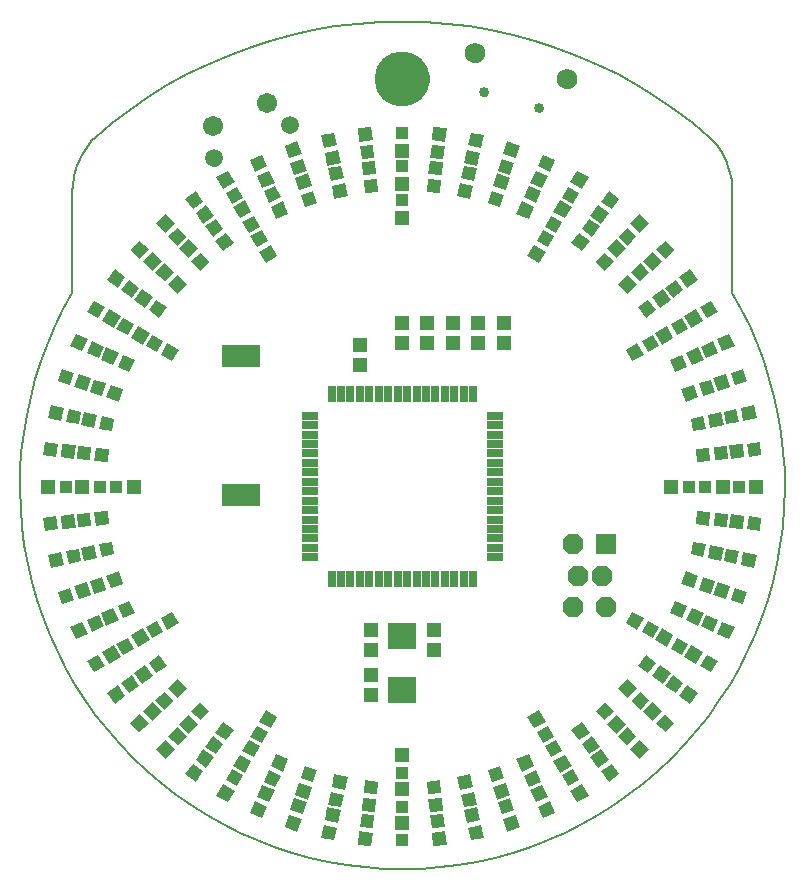
<source format=gbs>
G75*
G70*
%OFA0B0*%
%FSLAX24Y24*%
%IPPOS*%
%LPD*%
%AMOC8*
5,1,8,0,0,1.08239X$1,22.5*
%
%ADD10C,0.0050*%
%ADD11C,0.0000*%
%ADD12C,0.1830*%
%ADD13R,0.0430X0.0430*%
%ADD14R,0.0450X0.0450*%
%ADD15R,0.0430X0.0430*%
%ADD16R,0.0450X0.0450*%
%ADD17R,0.0280X0.0550*%
%ADD18R,0.0550X0.0280*%
%ADD19R,0.0474X0.0513*%
%ADD20R,0.0513X0.0474*%
%ADD21C,0.0592*%
%ADD22C,0.0671*%
%ADD23R,0.0680X0.0680*%
%ADD24OC8,0.0680*%
%ADD25R,0.0946X0.0880*%
%ADD26C,0.0336*%
%ADD27C,0.0690*%
%ADD28R,0.1261X0.0769*%
D10*
X004605Y022052D02*
X004303Y021507D01*
X004029Y020948D01*
X003781Y020376D01*
X003562Y019793D01*
X003372Y019200D01*
X003211Y018598D01*
X003080Y017989D01*
X002978Y017375D01*
X002907Y016756D01*
X002866Y016134D01*
X002855Y015512D01*
X002875Y014889D01*
X002925Y014268D01*
X003006Y013651D01*
X003116Y013038D01*
X003256Y012431D01*
X003426Y011831D01*
X003625Y011241D01*
X003852Y010661D01*
X004108Y010093D01*
X004391Y009538D01*
X004701Y008998D01*
X005036Y008473D01*
X005397Y007965D01*
X005782Y007476D01*
X006191Y007006D01*
X006622Y006556D01*
X007075Y006129D01*
X007548Y005723D01*
X008040Y005342D01*
X008551Y004984D01*
X009078Y004653D01*
X009620Y004347D01*
X010177Y004068D01*
X010747Y003817D01*
X011329Y003593D01*
X011921Y003399D01*
X012521Y003234D01*
X013129Y003098D01*
X013743Y002992D01*
X014361Y002916D01*
X014982Y002870D01*
X015605Y002855D01*
X016228Y002870D01*
X016849Y002916D01*
X017467Y002992D01*
X018081Y003098D01*
X018689Y003234D01*
X019289Y003399D01*
X019881Y003593D01*
X020463Y003817D01*
X021033Y004068D01*
X021590Y004347D01*
X022132Y004653D01*
X022659Y004984D01*
X023170Y005342D01*
X023662Y005723D01*
X024135Y006129D01*
X024588Y006556D01*
X025019Y007006D01*
X025428Y007476D01*
X025813Y007965D01*
X026174Y008473D01*
X026509Y008998D01*
X026819Y009538D01*
X027102Y010093D01*
X027358Y010661D01*
X027585Y011241D01*
X027784Y011831D01*
X027954Y012431D01*
X028094Y013038D01*
X028204Y013651D01*
X028285Y014268D01*
X028335Y014889D01*
X028355Y015512D01*
X028344Y016134D01*
X028303Y016756D01*
X028232Y017375D01*
X028130Y017989D01*
X027999Y018598D01*
X027838Y019200D01*
X027648Y019793D01*
X027429Y020376D01*
X027181Y020948D01*
X026907Y021507D01*
X026605Y022052D01*
X026605Y025480D01*
X026601Y025595D01*
X026592Y025710D01*
X026577Y025824D01*
X026557Y025937D01*
X026532Y026050D01*
X026502Y026161D01*
X026466Y026270D01*
X026426Y026378D01*
X026381Y026484D01*
X026331Y026587D01*
X026276Y026688D01*
X026216Y026787D01*
X026153Y026882D01*
X026084Y026975D01*
X026012Y027064D01*
X025935Y027150D01*
X025855Y027232D01*
X025283Y027712D01*
X024689Y028164D01*
X024074Y028587D01*
X023439Y028980D01*
X022786Y029341D01*
X022116Y029671D01*
X021431Y029968D01*
X020733Y030232D01*
X020023Y030462D01*
X019302Y030658D01*
X018573Y030818D01*
X017837Y030943D01*
X017096Y031033D01*
X016351Y031087D01*
X015605Y031105D01*
X014859Y031087D01*
X014114Y031033D01*
X013373Y030943D01*
X012637Y030818D01*
X011908Y030658D01*
X011187Y030462D01*
X010477Y030232D01*
X009779Y029968D01*
X009094Y029671D01*
X008424Y029341D01*
X007771Y028980D01*
X007136Y028587D01*
X006521Y028164D01*
X005927Y027712D01*
X005355Y027232D01*
X004605Y025355D02*
X004605Y022052D01*
X004605Y025355D02*
X004606Y025477D01*
X004613Y025599D01*
X004626Y025720D01*
X004644Y025841D01*
X004668Y025960D01*
X004697Y026079D01*
X004732Y026196D01*
X004772Y026311D01*
X004817Y026424D01*
X004867Y026535D01*
X004923Y026644D01*
X004983Y026750D01*
X005049Y026853D01*
X005119Y026953D01*
X005193Y027050D01*
X005272Y027143D01*
X005355Y027232D01*
D11*
X009064Y026549D02*
X009066Y026580D01*
X009072Y026611D01*
X009081Y026641D01*
X009094Y026670D01*
X009111Y026697D01*
X009131Y026721D01*
X009153Y026743D01*
X009179Y026762D01*
X009206Y026778D01*
X009235Y026790D01*
X009265Y026799D01*
X009296Y026804D01*
X009328Y026805D01*
X009359Y026802D01*
X009390Y026795D01*
X009420Y026785D01*
X009448Y026771D01*
X009474Y026753D01*
X009498Y026733D01*
X009519Y026709D01*
X009538Y026684D01*
X009553Y026656D01*
X009564Y026627D01*
X009572Y026596D01*
X009576Y026565D01*
X009576Y026533D01*
X009572Y026502D01*
X009564Y026471D01*
X009553Y026442D01*
X009538Y026414D01*
X009519Y026389D01*
X009498Y026365D01*
X009474Y026345D01*
X009448Y026327D01*
X009420Y026313D01*
X009390Y026303D01*
X009359Y026296D01*
X009328Y026293D01*
X009296Y026294D01*
X009265Y026299D01*
X009235Y026308D01*
X009206Y026320D01*
X009179Y026336D01*
X009153Y026355D01*
X009131Y026377D01*
X009111Y026401D01*
X009094Y026428D01*
X009081Y026457D01*
X009072Y026487D01*
X009066Y026518D01*
X009064Y026549D01*
X011590Y027653D02*
X011592Y027684D01*
X011598Y027715D01*
X011607Y027745D01*
X011620Y027774D01*
X011637Y027801D01*
X011657Y027825D01*
X011679Y027847D01*
X011705Y027866D01*
X011732Y027882D01*
X011761Y027894D01*
X011791Y027903D01*
X011822Y027908D01*
X011854Y027909D01*
X011885Y027906D01*
X011916Y027899D01*
X011946Y027889D01*
X011974Y027875D01*
X012000Y027857D01*
X012024Y027837D01*
X012045Y027813D01*
X012064Y027788D01*
X012079Y027760D01*
X012090Y027731D01*
X012098Y027700D01*
X012102Y027669D01*
X012102Y027637D01*
X012098Y027606D01*
X012090Y027575D01*
X012079Y027546D01*
X012064Y027518D01*
X012045Y027493D01*
X012024Y027469D01*
X012000Y027449D01*
X011974Y027431D01*
X011946Y027417D01*
X011916Y027407D01*
X011885Y027400D01*
X011854Y027397D01*
X011822Y027398D01*
X011791Y027403D01*
X011761Y027412D01*
X011732Y027424D01*
X011705Y027440D01*
X011679Y027459D01*
X011657Y027481D01*
X011637Y027505D01*
X011620Y027532D01*
X011607Y027561D01*
X011598Y027591D01*
X011592Y027622D01*
X011590Y027653D01*
X014730Y029205D02*
X014732Y029264D01*
X014738Y029323D01*
X014748Y029381D01*
X014762Y029439D01*
X014779Y029495D01*
X014801Y029550D01*
X014826Y029604D01*
X014855Y029655D01*
X014887Y029705D01*
X014922Y029752D01*
X014961Y029797D01*
X015002Y029839D01*
X015046Y029878D01*
X015093Y029915D01*
X015142Y029948D01*
X015193Y029977D01*
X015246Y030003D01*
X015301Y030026D01*
X015357Y030044D01*
X015414Y030059D01*
X015473Y030070D01*
X015531Y030077D01*
X015590Y030080D01*
X015649Y030079D01*
X015708Y030074D01*
X015767Y030065D01*
X015824Y030052D01*
X015881Y030035D01*
X015936Y030015D01*
X015990Y029991D01*
X016042Y029963D01*
X016093Y029932D01*
X016141Y029897D01*
X016186Y029859D01*
X016229Y029818D01*
X016269Y029775D01*
X016306Y029729D01*
X016340Y029680D01*
X016370Y029630D01*
X016397Y029577D01*
X016420Y029523D01*
X016440Y029467D01*
X016456Y029410D01*
X016468Y029352D01*
X016476Y029294D01*
X016480Y029235D01*
X016480Y029175D01*
X016476Y029116D01*
X016468Y029058D01*
X016456Y029000D01*
X016440Y028943D01*
X016420Y028887D01*
X016397Y028833D01*
X016370Y028780D01*
X016340Y028730D01*
X016306Y028681D01*
X016269Y028635D01*
X016229Y028592D01*
X016186Y028551D01*
X016141Y028513D01*
X016093Y028478D01*
X016043Y028447D01*
X015990Y028419D01*
X015936Y028395D01*
X015881Y028375D01*
X015824Y028358D01*
X015767Y028345D01*
X015708Y028336D01*
X015649Y028331D01*
X015590Y028330D01*
X015531Y028333D01*
X015473Y028340D01*
X015414Y028351D01*
X015357Y028366D01*
X015301Y028384D01*
X015246Y028407D01*
X015193Y028433D01*
X015142Y028462D01*
X015093Y028495D01*
X015046Y028532D01*
X015002Y028571D01*
X014961Y028613D01*
X014922Y028658D01*
X014887Y028705D01*
X014855Y028755D01*
X014826Y028806D01*
X014801Y028860D01*
X014779Y028915D01*
X014762Y028971D01*
X014748Y029029D01*
X014738Y029087D01*
X014732Y029146D01*
X014730Y029205D01*
X017712Y030056D02*
X017714Y030091D01*
X017720Y030125D01*
X017730Y030158D01*
X017743Y030191D01*
X017760Y030221D01*
X017781Y030249D01*
X017804Y030275D01*
X017831Y030298D01*
X017859Y030317D01*
X017890Y030333D01*
X017923Y030346D01*
X017956Y030355D01*
X017991Y030360D01*
X018026Y030361D01*
X018060Y030358D01*
X018095Y030351D01*
X018128Y030340D01*
X018159Y030326D01*
X018189Y030308D01*
X018217Y030287D01*
X018242Y030262D01*
X018264Y030235D01*
X018283Y030206D01*
X018298Y030175D01*
X018310Y030142D01*
X018318Y030108D01*
X018322Y030073D01*
X018322Y030039D01*
X018318Y030004D01*
X018310Y029970D01*
X018298Y029937D01*
X018283Y029906D01*
X018264Y029877D01*
X018242Y029850D01*
X018217Y029825D01*
X018189Y029804D01*
X018159Y029786D01*
X018128Y029772D01*
X018095Y029761D01*
X018060Y029754D01*
X018026Y029751D01*
X017991Y029752D01*
X017956Y029757D01*
X017923Y029766D01*
X017890Y029779D01*
X017859Y029795D01*
X017831Y029814D01*
X017804Y029837D01*
X017781Y029863D01*
X017760Y029891D01*
X017743Y029921D01*
X017730Y029954D01*
X017720Y029987D01*
X017714Y030021D01*
X017712Y030056D01*
X018190Y028745D02*
X018192Y028767D01*
X018198Y028789D01*
X018207Y028809D01*
X018220Y028827D01*
X018236Y028843D01*
X018254Y028856D01*
X018274Y028865D01*
X018296Y028871D01*
X018318Y028873D01*
X018340Y028871D01*
X018362Y028865D01*
X018382Y028856D01*
X018400Y028843D01*
X018416Y028827D01*
X018429Y028809D01*
X018438Y028789D01*
X018444Y028767D01*
X018446Y028745D01*
X018444Y028723D01*
X018438Y028701D01*
X018429Y028681D01*
X018416Y028663D01*
X018400Y028647D01*
X018382Y028634D01*
X018362Y028625D01*
X018340Y028619D01*
X018318Y028617D01*
X018296Y028619D01*
X018274Y028625D01*
X018254Y028634D01*
X018236Y028647D01*
X018220Y028663D01*
X018207Y028681D01*
X018198Y028701D01*
X018192Y028723D01*
X018190Y028745D01*
X020029Y028228D02*
X020031Y028250D01*
X020037Y028272D01*
X020046Y028292D01*
X020059Y028310D01*
X020075Y028326D01*
X020093Y028339D01*
X020113Y028348D01*
X020135Y028354D01*
X020157Y028356D01*
X020179Y028354D01*
X020201Y028348D01*
X020221Y028339D01*
X020239Y028326D01*
X020255Y028310D01*
X020268Y028292D01*
X020277Y028272D01*
X020283Y028250D01*
X020285Y028228D01*
X020283Y028206D01*
X020277Y028184D01*
X020268Y028164D01*
X020255Y028146D01*
X020239Y028130D01*
X020221Y028117D01*
X020201Y028108D01*
X020179Y028102D01*
X020157Y028100D01*
X020135Y028102D01*
X020113Y028108D01*
X020093Y028117D01*
X020075Y028130D01*
X020059Y028146D01*
X020046Y028164D01*
X020037Y028184D01*
X020031Y028206D01*
X020029Y028228D01*
X020792Y029190D02*
X020794Y029225D01*
X020800Y029259D01*
X020810Y029292D01*
X020823Y029325D01*
X020840Y029355D01*
X020861Y029383D01*
X020884Y029409D01*
X020911Y029432D01*
X020939Y029451D01*
X020970Y029467D01*
X021003Y029480D01*
X021036Y029489D01*
X021071Y029494D01*
X021106Y029495D01*
X021140Y029492D01*
X021175Y029485D01*
X021208Y029474D01*
X021239Y029460D01*
X021269Y029442D01*
X021297Y029421D01*
X021322Y029396D01*
X021344Y029369D01*
X021363Y029340D01*
X021378Y029309D01*
X021390Y029276D01*
X021398Y029242D01*
X021402Y029207D01*
X021402Y029173D01*
X021398Y029138D01*
X021390Y029104D01*
X021378Y029071D01*
X021363Y029040D01*
X021344Y029011D01*
X021322Y028984D01*
X021297Y028959D01*
X021269Y028938D01*
X021239Y028920D01*
X021208Y028906D01*
X021175Y028895D01*
X021140Y028888D01*
X021106Y028885D01*
X021071Y028886D01*
X021036Y028891D01*
X021003Y028900D01*
X020970Y028913D01*
X020939Y028929D01*
X020911Y028948D01*
X020884Y028971D01*
X020861Y028997D01*
X020840Y029025D01*
X020823Y029055D01*
X020810Y029088D01*
X020800Y029121D01*
X020794Y029155D01*
X020792Y029190D01*
D12*
X015605Y029205D03*
D13*
X015605Y027400D03*
X015605Y026275D03*
X015605Y025150D03*
X006060Y015605D03*
X005525Y015605D03*
X004400Y015605D03*
X015605Y006060D03*
X015605Y004935D03*
X015605Y003810D03*
X025150Y015605D03*
X025685Y015605D03*
X026810Y015605D03*
D14*
X026280Y015605D03*
X027405Y015605D03*
X024555Y015605D03*
X015605Y006655D03*
X015605Y005530D03*
X015605Y004405D03*
X006655Y015605D03*
X004930Y015605D03*
X003805Y015605D03*
X015605Y024555D03*
X015605Y025680D03*
X015605Y026805D03*
D15*
G36*
X016585Y026984D02*
X017012Y026939D01*
X016967Y026512D01*
X016540Y026557D01*
X016585Y026984D01*
G37*
G36*
X016468Y025865D02*
X016895Y025820D01*
X016850Y025393D01*
X016423Y025438D01*
X016468Y025865D01*
G37*
G36*
X017988Y025787D02*
X017568Y025877D01*
X017658Y026297D01*
X018078Y026207D01*
X017988Y025787D01*
G37*
G36*
X018582Y025461D02*
X018990Y025329D01*
X018858Y024921D01*
X018450Y025053D01*
X018582Y025461D01*
G37*
G36*
X018929Y026531D02*
X019337Y026399D01*
X019205Y025991D01*
X018797Y026123D01*
X018929Y026531D01*
G37*
G36*
X018222Y026888D02*
X017802Y026978D01*
X017892Y027398D01*
X018312Y027308D01*
X018222Y026888D01*
G37*
G36*
X020053Y025070D02*
X019662Y025245D01*
X019837Y025636D01*
X020228Y025461D01*
X020053Y025070D01*
G37*
G36*
X020567Y024627D02*
X020938Y024412D01*
X020723Y024041D01*
X020352Y024256D01*
X020567Y024627D01*
G37*
G36*
X020456Y023578D02*
X020085Y023793D01*
X020300Y024164D01*
X020671Y023949D01*
X020456Y023578D01*
G37*
G36*
X021924Y023937D02*
X021577Y024190D01*
X021830Y024537D01*
X022177Y024284D01*
X021924Y023937D01*
G37*
G36*
X022335Y023399D02*
X022653Y023111D01*
X022365Y022793D01*
X022047Y023081D01*
X022335Y023399D01*
G37*
G36*
X023087Y024235D02*
X023405Y023947D01*
X023117Y023629D01*
X022799Y023917D01*
X023087Y024235D01*
G37*
G36*
X022585Y024848D02*
X022238Y025101D01*
X022491Y025448D01*
X022838Y025195D01*
X022585Y024848D01*
G37*
G36*
X021129Y025602D02*
X021500Y025387D01*
X021285Y025016D01*
X020914Y025231D01*
X021129Y025602D01*
G37*
G36*
X020511Y026098D02*
X020120Y026273D01*
X020295Y026664D01*
X020686Y026489D01*
X020511Y026098D01*
G37*
G36*
X023520Y022442D02*
X023232Y022760D01*
X023550Y023048D01*
X023838Y022730D01*
X023520Y022442D01*
G37*
G36*
X023807Y021830D02*
X024060Y021483D01*
X023713Y021230D01*
X023460Y021577D01*
X023807Y021830D01*
G37*
G36*
X024717Y022491D02*
X024970Y022144D01*
X024623Y021891D01*
X024370Y022238D01*
X024717Y022491D01*
G37*
G36*
X024356Y023195D02*
X024068Y023513D01*
X024386Y023801D01*
X024674Y023483D01*
X024356Y023195D01*
G37*
G36*
X025742Y021210D02*
X025527Y021581D01*
X025898Y021796D01*
X026113Y021425D01*
X025742Y021210D01*
G37*
G36*
X024768Y020647D02*
X024553Y021018D01*
X024924Y021233D01*
X025139Y020862D01*
X024768Y020647D01*
G37*
G36*
X023793Y020085D02*
X023578Y020456D01*
X023949Y020671D01*
X024164Y020300D01*
X023793Y020085D01*
G37*
G36*
X024921Y019988D02*
X025096Y019597D01*
X024705Y019422D01*
X024530Y019813D01*
X024921Y019988D01*
G37*
G36*
X025949Y020445D02*
X026124Y020054D01*
X025733Y019879D01*
X025558Y020270D01*
X025949Y020445D01*
G37*
G36*
X026685Y018980D02*
X026553Y019388D01*
X026961Y019520D01*
X027093Y019112D01*
X026685Y018980D01*
G37*
G36*
X025615Y018632D02*
X025483Y019040D01*
X025891Y019172D01*
X026023Y018764D01*
X025615Y018632D01*
G37*
G36*
X025629Y017956D02*
X025719Y017536D01*
X025299Y017446D01*
X025209Y017866D01*
X025629Y017956D01*
G37*
G36*
X026730Y018190D02*
X026820Y017770D01*
X026400Y017680D01*
X026310Y018100D01*
X026730Y018190D01*
G37*
G36*
X027145Y016602D02*
X027100Y017029D01*
X027527Y017074D01*
X027572Y016647D01*
X027145Y016602D01*
G37*
G36*
X026026Y016484D02*
X025981Y016911D01*
X026408Y016956D01*
X026453Y016529D01*
X026026Y016484D01*
G37*
G36*
X025981Y014299D02*
X026026Y014726D01*
X026453Y014681D01*
X026408Y014254D01*
X025981Y014299D01*
G37*
G36*
X025719Y013674D02*
X025629Y013254D01*
X025209Y013344D01*
X025299Y013764D01*
X025719Y013674D01*
G37*
G36*
X026820Y013440D02*
X026730Y013020D01*
X026310Y013110D01*
X026400Y013530D01*
X026820Y013440D01*
G37*
G36*
X027100Y014181D02*
X027145Y014608D01*
X027572Y014563D01*
X027527Y014136D01*
X027100Y014181D01*
G37*
G36*
X025483Y012170D02*
X025615Y012578D01*
X026023Y012446D01*
X025891Y012038D01*
X025483Y012170D01*
G37*
G36*
X025096Y011613D02*
X024921Y011222D01*
X024530Y011397D01*
X024705Y011788D01*
X025096Y011613D01*
G37*
G36*
X026124Y011156D02*
X025949Y010765D01*
X025558Y010940D01*
X025733Y011331D01*
X026124Y011156D01*
G37*
G36*
X026553Y011822D02*
X026685Y012230D01*
X027093Y012098D01*
X026961Y011690D01*
X026553Y011822D01*
G37*
G36*
X024553Y010192D02*
X024768Y010563D01*
X025139Y010348D01*
X024924Y009977D01*
X024553Y010192D01*
G37*
G36*
X023578Y010754D02*
X023793Y011125D01*
X024164Y010910D01*
X023949Y010539D01*
X023578Y010754D01*
G37*
G36*
X024060Y009727D02*
X023807Y009380D01*
X023460Y009633D01*
X023713Y009980D01*
X024060Y009727D01*
G37*
G36*
X024970Y009066D02*
X024717Y008719D01*
X024370Y008972D01*
X024623Y009319D01*
X024970Y009066D01*
G37*
G36*
X025527Y009629D02*
X025742Y010000D01*
X026113Y009785D01*
X025898Y009414D01*
X025527Y009629D01*
G37*
G36*
X024068Y007697D02*
X024356Y008015D01*
X024674Y007727D01*
X024386Y007409D01*
X024068Y007697D01*
G37*
G36*
X023232Y008450D02*
X023520Y008768D01*
X023838Y008480D01*
X023550Y008162D01*
X023232Y008450D01*
G37*
G36*
X022653Y008099D02*
X022335Y007811D01*
X022047Y008129D01*
X022365Y008417D01*
X022653Y008099D01*
G37*
G36*
X023405Y007263D02*
X023087Y006975D01*
X022799Y007293D01*
X023117Y007581D01*
X023405Y007263D01*
G37*
G36*
X022238Y006109D02*
X022585Y006362D01*
X022838Y006015D01*
X022491Y005762D01*
X022238Y006109D01*
G37*
G36*
X021577Y007020D02*
X021924Y007273D01*
X022177Y006926D01*
X021830Y006673D01*
X021577Y007020D01*
G37*
G36*
X020938Y006798D02*
X020567Y006583D01*
X020352Y006954D01*
X020723Y007169D01*
X020938Y006798D01*
G37*
G36*
X020085Y007417D02*
X020456Y007632D01*
X020671Y007261D01*
X020300Y007046D01*
X020085Y007417D01*
G37*
G36*
X019662Y005965D02*
X020053Y006140D01*
X020228Y005749D01*
X019837Y005574D01*
X019662Y005965D01*
G37*
G36*
X018990Y005881D02*
X018582Y005749D01*
X018450Y006157D01*
X018858Y006289D01*
X018990Y005881D01*
G37*
G36*
X019337Y004811D02*
X018929Y004679D01*
X018797Y005087D01*
X019205Y005219D01*
X019337Y004811D01*
G37*
G36*
X020120Y004937D02*
X020511Y005112D01*
X020686Y004721D01*
X020295Y004546D01*
X020120Y004937D01*
G37*
G36*
X021500Y005823D02*
X021129Y005608D01*
X020914Y005979D01*
X021285Y006194D01*
X021500Y005823D01*
G37*
G36*
X017568Y005333D02*
X017988Y005423D01*
X018078Y005003D01*
X017658Y004913D01*
X017568Y005333D01*
G37*
G36*
X016895Y005390D02*
X016468Y005345D01*
X016423Y005772D01*
X016850Y005817D01*
X016895Y005390D01*
G37*
G36*
X017012Y004271D02*
X016585Y004226D01*
X016540Y004653D01*
X016967Y004698D01*
X017012Y004271D01*
G37*
G36*
X017802Y004232D02*
X018222Y004322D01*
X018312Y003902D01*
X017892Y003812D01*
X017802Y004232D01*
G37*
G36*
X014625Y004226D02*
X014198Y004271D01*
X014243Y004698D01*
X014670Y004653D01*
X014625Y004226D01*
G37*
G36*
X014742Y005345D02*
X014315Y005390D01*
X014360Y005817D01*
X014787Y005772D01*
X014742Y005345D01*
G37*
G36*
X013222Y005423D02*
X013642Y005333D01*
X013552Y004913D01*
X013132Y005003D01*
X013222Y005423D01*
G37*
G36*
X012628Y005749D02*
X012220Y005881D01*
X012352Y006289D01*
X012760Y006157D01*
X012628Y005749D01*
G37*
G36*
X012281Y004679D02*
X011873Y004811D01*
X012005Y005219D01*
X012413Y005087D01*
X012281Y004679D01*
G37*
G36*
X012988Y004322D02*
X013408Y004232D01*
X013318Y003812D01*
X012898Y003902D01*
X012988Y004322D01*
G37*
G36*
X011157Y006140D02*
X011548Y005965D01*
X011373Y005574D01*
X010982Y005749D01*
X011157Y006140D01*
G37*
G36*
X010643Y006583D02*
X010272Y006798D01*
X010487Y007169D01*
X010858Y006954D01*
X010643Y006583D01*
G37*
G36*
X010081Y005608D02*
X009710Y005823D01*
X009925Y006194D01*
X010296Y005979D01*
X010081Y005608D01*
G37*
G36*
X010699Y005112D02*
X011090Y004937D01*
X010915Y004546D01*
X010524Y004721D01*
X010699Y005112D01*
G37*
G36*
X009286Y007273D02*
X009633Y007020D01*
X009380Y006673D01*
X009033Y006926D01*
X009286Y007273D01*
G37*
G36*
X008875Y007811D02*
X008557Y008099D01*
X008845Y008417D01*
X009163Y008129D01*
X008875Y007811D01*
G37*
G36*
X008123Y006975D02*
X007805Y007263D01*
X008093Y007581D01*
X008411Y007293D01*
X008123Y006975D01*
G37*
G36*
X008625Y006362D02*
X008972Y006109D01*
X008719Y005762D01*
X008372Y006015D01*
X008625Y006362D01*
G37*
G36*
X006854Y008015D02*
X007142Y007697D01*
X006824Y007409D01*
X006536Y007727D01*
X006854Y008015D01*
G37*
G36*
X007690Y008768D02*
X007978Y008450D01*
X007660Y008162D01*
X007372Y008480D01*
X007690Y008768D01*
G37*
G36*
X007403Y009380D02*
X007150Y009727D01*
X007497Y009980D01*
X007750Y009633D01*
X007403Y009380D01*
G37*
G36*
X006493Y008719D02*
X006240Y009066D01*
X006587Y009319D01*
X006840Y008972D01*
X006493Y008719D01*
G37*
G36*
X005468Y010000D02*
X005683Y009629D01*
X005312Y009414D01*
X005097Y009785D01*
X005468Y010000D01*
G37*
G36*
X006442Y010563D02*
X006657Y010192D01*
X006286Y009977D01*
X006071Y010348D01*
X006442Y010563D01*
G37*
G36*
X007417Y011125D02*
X007632Y010754D01*
X007261Y010539D01*
X007046Y010910D01*
X007417Y011125D01*
G37*
G36*
X006289Y011222D02*
X006114Y011613D01*
X006505Y011788D01*
X006680Y011397D01*
X006289Y011222D01*
G37*
G36*
X005261Y010765D02*
X005086Y011156D01*
X005477Y011331D01*
X005652Y010940D01*
X005261Y010765D01*
G37*
G36*
X004525Y012230D02*
X004657Y011822D01*
X004249Y011690D01*
X004117Y012098D01*
X004525Y012230D01*
G37*
G36*
X005595Y012578D02*
X005727Y012170D01*
X005319Y012038D01*
X005187Y012446D01*
X005595Y012578D01*
G37*
G36*
X005581Y013254D02*
X005491Y013674D01*
X005911Y013764D01*
X006001Y013344D01*
X005581Y013254D01*
G37*
G36*
X004480Y013020D02*
X004390Y013440D01*
X004810Y013530D01*
X004900Y013110D01*
X004480Y013020D01*
G37*
G36*
X004065Y014608D02*
X004110Y014181D01*
X003683Y014136D01*
X003638Y014563D01*
X004065Y014608D01*
G37*
G36*
X005184Y014726D02*
X005229Y014299D01*
X004802Y014254D01*
X004757Y014681D01*
X005184Y014726D01*
G37*
G36*
X005229Y016911D02*
X005184Y016484D01*
X004757Y016529D01*
X004802Y016956D01*
X005229Y016911D01*
G37*
G36*
X005491Y017536D02*
X005581Y017956D01*
X006001Y017866D01*
X005911Y017446D01*
X005491Y017536D01*
G37*
G36*
X004390Y017770D02*
X004480Y018190D01*
X004900Y018100D01*
X004810Y017680D01*
X004390Y017770D01*
G37*
G36*
X004110Y017029D02*
X004065Y016602D01*
X003638Y016647D01*
X003683Y017074D01*
X004110Y017029D01*
G37*
G36*
X005727Y019040D02*
X005595Y018632D01*
X005187Y018764D01*
X005319Y019172D01*
X005727Y019040D01*
G37*
G36*
X006114Y019597D02*
X006289Y019988D01*
X006680Y019813D01*
X006505Y019422D01*
X006114Y019597D01*
G37*
G36*
X005086Y020054D02*
X005261Y020445D01*
X005652Y020270D01*
X005477Y019879D01*
X005086Y020054D01*
G37*
G36*
X004657Y019388D02*
X004525Y018980D01*
X004117Y019112D01*
X004249Y019520D01*
X004657Y019388D01*
G37*
G36*
X006657Y021018D02*
X006442Y020647D01*
X006071Y020862D01*
X006286Y021233D01*
X006657Y021018D01*
G37*
G36*
X007632Y020456D02*
X007417Y020085D01*
X007046Y020300D01*
X007261Y020671D01*
X007632Y020456D01*
G37*
G36*
X007150Y021483D02*
X007403Y021830D01*
X007750Y021577D01*
X007497Y021230D01*
X007150Y021483D01*
G37*
G36*
X006240Y022144D02*
X006493Y022491D01*
X006840Y022238D01*
X006587Y021891D01*
X006240Y022144D01*
G37*
G36*
X005683Y021581D02*
X005468Y021210D01*
X005097Y021425D01*
X005312Y021796D01*
X005683Y021581D01*
G37*
G36*
X007142Y023513D02*
X006854Y023195D01*
X006536Y023483D01*
X006824Y023801D01*
X007142Y023513D01*
G37*
G36*
X007978Y022760D02*
X007690Y022442D01*
X007372Y022730D01*
X007660Y023048D01*
X007978Y022760D01*
G37*
G36*
X008557Y023111D02*
X008875Y023399D01*
X009163Y023081D01*
X008845Y022793D01*
X008557Y023111D01*
G37*
G36*
X007805Y023947D02*
X008123Y024235D01*
X008411Y023917D01*
X008093Y023629D01*
X007805Y023947D01*
G37*
G36*
X008972Y025101D02*
X008625Y024848D01*
X008372Y025195D01*
X008719Y025448D01*
X008972Y025101D01*
G37*
G36*
X009633Y024190D02*
X009286Y023937D01*
X009033Y024284D01*
X009380Y024537D01*
X009633Y024190D01*
G37*
G36*
X010272Y024412D02*
X010643Y024627D01*
X010858Y024256D01*
X010487Y024041D01*
X010272Y024412D01*
G37*
G36*
X011125Y023793D02*
X010754Y023578D01*
X010539Y023949D01*
X010910Y024164D01*
X011125Y023793D01*
G37*
G36*
X011548Y025245D02*
X011157Y025070D01*
X010982Y025461D01*
X011373Y025636D01*
X011548Y025245D01*
G37*
G36*
X012220Y025329D02*
X012628Y025461D01*
X012760Y025053D01*
X012352Y024921D01*
X012220Y025329D01*
G37*
G36*
X011873Y026399D02*
X012281Y026531D01*
X012413Y026123D01*
X012005Y025991D01*
X011873Y026399D01*
G37*
G36*
X011090Y026273D02*
X010699Y026098D01*
X010524Y026489D01*
X010915Y026664D01*
X011090Y026273D01*
G37*
G36*
X009710Y025387D02*
X010081Y025602D01*
X010296Y025231D01*
X009925Y025016D01*
X009710Y025387D01*
G37*
G36*
X013642Y025877D02*
X013222Y025787D01*
X013132Y026207D01*
X013552Y026297D01*
X013642Y025877D01*
G37*
G36*
X014315Y025820D02*
X014742Y025865D01*
X014787Y025438D01*
X014360Y025393D01*
X014315Y025820D01*
G37*
G36*
X014198Y026939D02*
X014625Y026984D01*
X014670Y026557D01*
X014243Y026512D01*
X014198Y026939D01*
G37*
G36*
X013408Y026978D02*
X012988Y026888D01*
X012898Y027308D01*
X013318Y027398D01*
X013408Y026978D01*
G37*
G36*
X010754Y007632D02*
X011125Y007417D01*
X010910Y007046D01*
X010539Y007261D01*
X010754Y007632D01*
G37*
D16*
G36*
X007725Y006519D02*
X007392Y006820D01*
X007693Y007153D01*
X008026Y006852D01*
X007725Y006519D01*
G37*
G36*
X008973Y006858D02*
X009336Y006593D01*
X009071Y006230D01*
X008708Y006495D01*
X008973Y006858D01*
G37*
G36*
X009634Y007768D02*
X009997Y007503D01*
X009732Y007140D01*
X009369Y007405D01*
X009634Y007768D01*
G37*
G36*
X008478Y007355D02*
X008145Y007656D01*
X008446Y007989D01*
X008779Y007688D01*
X008478Y007355D01*
G37*
G36*
X007298Y008428D02*
X007599Y008095D01*
X007266Y007794D01*
X006965Y008127D01*
X007298Y008428D01*
G37*
G36*
X008134Y009180D02*
X008435Y008847D01*
X008102Y008546D01*
X007801Y008879D01*
X008134Y009180D01*
G37*
G36*
X006920Y009016D02*
X006655Y009379D01*
X007018Y009644D01*
X007283Y009281D01*
X006920Y009016D01*
G37*
G36*
X006010Y008355D02*
X005745Y008718D01*
X006108Y008983D01*
X006373Y008620D01*
X006010Y008355D01*
G37*
G36*
X005988Y010312D02*
X006213Y009923D01*
X005824Y009698D01*
X005599Y010087D01*
X005988Y010312D01*
G37*
G36*
X006962Y010874D02*
X007187Y010485D01*
X006798Y010260D01*
X006573Y010649D01*
X006962Y010874D01*
G37*
G36*
X007936Y011437D02*
X008161Y011048D01*
X007772Y010823D01*
X007547Y011212D01*
X007936Y011437D01*
G37*
G36*
X006167Y012775D02*
X006306Y012348D01*
X005879Y012209D01*
X005740Y012636D01*
X006167Y012775D01*
G37*
G36*
X004990Y013120D02*
X004897Y013559D01*
X005336Y013652D01*
X005429Y013213D01*
X004990Y013120D01*
G37*
G36*
X003890Y012886D02*
X003797Y013325D01*
X004236Y013418D01*
X004329Y012979D01*
X003890Y012886D01*
G37*
G36*
X005097Y012427D02*
X005236Y012000D01*
X004809Y011861D01*
X004670Y012288D01*
X005097Y012427D01*
G37*
G36*
X005739Y010966D02*
X005556Y011377D01*
X005967Y011560D01*
X006150Y011149D01*
X005739Y010966D01*
G37*
G36*
X004711Y010508D02*
X004528Y010919D01*
X004939Y011102D01*
X005122Y010691D01*
X004711Y010508D01*
G37*
G36*
X004666Y014681D02*
X004713Y014234D01*
X004266Y014187D01*
X004219Y014634D01*
X004666Y014681D01*
G37*
G36*
X005785Y014799D02*
X005832Y014352D01*
X005385Y014305D01*
X005338Y014752D01*
X005785Y014799D01*
G37*
G36*
X005832Y016858D02*
X005785Y016411D01*
X005338Y016458D01*
X005385Y016905D01*
X005832Y016858D01*
G37*
G36*
X004897Y017651D02*
X004990Y018090D01*
X005429Y017997D01*
X005336Y017558D01*
X004897Y017651D01*
G37*
G36*
X003797Y017885D02*
X003890Y018324D01*
X004329Y018231D01*
X004236Y017792D01*
X003797Y017885D01*
G37*
G36*
X004713Y016976D02*
X004666Y016529D01*
X004219Y016576D01*
X004266Y017023D01*
X004713Y016976D01*
G37*
G36*
X006306Y018862D02*
X006167Y018435D01*
X005740Y018574D01*
X005879Y019001D01*
X006306Y018862D01*
G37*
G36*
X005556Y019833D02*
X005739Y020244D01*
X006150Y020061D01*
X005967Y019650D01*
X005556Y019833D01*
G37*
G36*
X004528Y020291D02*
X004711Y020702D01*
X005122Y020519D01*
X004939Y020108D01*
X004528Y020291D01*
G37*
G36*
X005236Y019210D02*
X005097Y018783D01*
X004670Y018922D01*
X004809Y019349D01*
X005236Y019210D01*
G37*
G36*
X006213Y021287D02*
X005988Y020898D01*
X005599Y021123D01*
X005824Y021512D01*
X006213Y021287D01*
G37*
G36*
X007187Y020725D02*
X006962Y020336D01*
X006573Y020561D01*
X006798Y020950D01*
X007187Y020725D01*
G37*
G36*
X008161Y020162D02*
X007936Y019773D01*
X007547Y019998D01*
X007772Y020387D01*
X008161Y020162D01*
G37*
G36*
X006655Y021831D02*
X006920Y022194D01*
X007283Y021929D01*
X007018Y021566D01*
X006655Y021831D01*
G37*
G36*
X005745Y022492D02*
X006010Y022855D01*
X006373Y022590D01*
X006108Y022227D01*
X005745Y022492D01*
G37*
G36*
X007599Y023115D02*
X007298Y022782D01*
X006965Y023083D01*
X007266Y023416D01*
X007599Y023115D01*
G37*
G36*
X008435Y022363D02*
X008134Y022030D01*
X007801Y022331D01*
X008102Y022664D01*
X008435Y022363D01*
G37*
G36*
X008145Y023554D02*
X008478Y023855D01*
X008779Y023522D01*
X008446Y023221D01*
X008145Y023554D01*
G37*
G36*
X007392Y024390D02*
X007725Y024691D01*
X008026Y024358D01*
X007693Y024057D01*
X007392Y024390D01*
G37*
G36*
X009336Y024617D02*
X008973Y024352D01*
X008708Y024715D01*
X009071Y024980D01*
X009336Y024617D01*
G37*
G36*
X009997Y023707D02*
X009634Y023442D01*
X009369Y023805D01*
X009732Y024070D01*
X009997Y023707D01*
G37*
G36*
X011437Y023274D02*
X011048Y023049D01*
X010823Y023438D01*
X011212Y023663D01*
X011437Y023274D01*
G37*
G36*
X011804Y024695D02*
X011393Y024512D01*
X011210Y024923D01*
X011621Y025106D01*
X011804Y024695D01*
G37*
G36*
X012023Y025902D02*
X012450Y026041D01*
X012589Y025614D01*
X012162Y025475D01*
X012023Y025902D01*
G37*
G36*
X011676Y026971D02*
X012103Y027110D01*
X012242Y026683D01*
X011815Y026544D01*
X011676Y026971D01*
G37*
G36*
X011347Y025723D02*
X010936Y025540D01*
X010753Y025951D01*
X011164Y026134D01*
X011347Y025723D01*
G37*
G36*
X009960Y024932D02*
X010349Y025157D01*
X010574Y024768D01*
X010185Y024543D01*
X009960Y024932D01*
G37*
G36*
X009398Y025906D02*
X009787Y026131D01*
X010012Y025742D01*
X009623Y025517D01*
X009398Y025906D01*
G37*
G36*
X013542Y026387D02*
X013103Y026294D01*
X013010Y026733D01*
X013449Y026826D01*
X013542Y026387D01*
G37*
G36*
X013776Y025287D02*
X013337Y025194D01*
X013244Y025633D01*
X013683Y025726D01*
X013776Y025287D01*
G37*
G36*
X014242Y026422D02*
X014689Y026469D01*
X014736Y026022D01*
X014289Y025975D01*
X014242Y026422D01*
G37*
G36*
X014125Y027540D02*
X014572Y027587D01*
X014619Y027140D01*
X014172Y027093D01*
X014125Y027540D01*
G37*
G36*
X016638Y027587D02*
X017085Y027540D01*
X017038Y027093D01*
X016591Y027140D01*
X016638Y027587D01*
G37*
G36*
X016521Y026469D02*
X016968Y026422D01*
X016921Y025975D01*
X016474Y026022D01*
X016521Y026469D01*
G37*
G36*
X017873Y025194D02*
X017434Y025287D01*
X017527Y025726D01*
X017966Y025633D01*
X017873Y025194D01*
G37*
G36*
X018760Y026041D02*
X019187Y025902D01*
X019048Y025475D01*
X018621Y025614D01*
X018760Y026041D01*
G37*
G36*
X019107Y027110D02*
X019534Y026971D01*
X019395Y026544D01*
X018968Y026683D01*
X019107Y027110D01*
G37*
G36*
X018107Y026294D02*
X017668Y026387D01*
X017761Y026826D01*
X018200Y026733D01*
X018107Y026294D01*
G37*
G36*
X019817Y024512D02*
X019406Y024695D01*
X019589Y025106D01*
X020000Y024923D01*
X019817Y024512D01*
G37*
G36*
X020861Y025157D02*
X021250Y024932D01*
X021025Y024543D01*
X020636Y024768D01*
X020861Y025157D01*
G37*
G36*
X021423Y026131D02*
X021812Y025906D01*
X021587Y025517D01*
X021198Y025742D01*
X021423Y026131D01*
G37*
G36*
X020274Y025540D02*
X019863Y025723D01*
X020046Y026134D01*
X020457Y025951D01*
X020274Y025540D01*
G37*
G36*
X021576Y023442D02*
X021213Y023707D01*
X021478Y024070D01*
X021841Y023805D01*
X021576Y023442D01*
G37*
G36*
X022732Y023855D02*
X023065Y023554D01*
X022764Y023221D01*
X022431Y023522D01*
X022732Y023855D01*
G37*
G36*
X023485Y024691D02*
X023818Y024390D01*
X023517Y024057D01*
X023184Y024358D01*
X023485Y024691D01*
G37*
G36*
X022237Y024352D02*
X021874Y024617D01*
X022139Y024980D01*
X022502Y024715D01*
X022237Y024352D01*
G37*
G36*
X023912Y022782D02*
X023611Y023115D01*
X023944Y023416D01*
X024245Y023083D01*
X023912Y022782D01*
G37*
G36*
X023076Y022030D02*
X022775Y022363D01*
X023108Y022664D01*
X023409Y022331D01*
X023076Y022030D01*
G37*
G36*
X024290Y022194D02*
X024555Y021831D01*
X024192Y021566D01*
X023927Y021929D01*
X024290Y022194D01*
G37*
G36*
X025200Y022855D02*
X025465Y022492D01*
X025102Y022227D01*
X024837Y022590D01*
X025200Y022855D01*
G37*
G36*
X025222Y020898D02*
X024997Y021287D01*
X025386Y021512D01*
X025611Y021123D01*
X025222Y020898D01*
G37*
G36*
X024248Y020336D02*
X024023Y020725D01*
X024412Y020950D01*
X024637Y020561D01*
X024248Y020336D01*
G37*
G36*
X023274Y019773D02*
X023049Y020162D01*
X023438Y020387D01*
X023663Y019998D01*
X023274Y019773D01*
G37*
G36*
X025043Y018435D02*
X024904Y018862D01*
X025331Y019001D01*
X025470Y018574D01*
X025043Y018435D01*
G37*
G36*
X026220Y018090D02*
X026313Y017651D01*
X025874Y017558D01*
X025781Y017997D01*
X026220Y018090D01*
G37*
G36*
X027320Y018324D02*
X027413Y017885D01*
X026974Y017792D01*
X026881Y018231D01*
X027320Y018324D01*
G37*
G36*
X026113Y018783D02*
X025974Y019210D01*
X026401Y019349D01*
X026540Y018922D01*
X026113Y018783D01*
G37*
G36*
X025471Y020244D02*
X025654Y019833D01*
X025243Y019650D01*
X025060Y020061D01*
X025471Y020244D01*
G37*
G36*
X026499Y020702D02*
X026682Y020291D01*
X026271Y020108D01*
X026088Y020519D01*
X026499Y020702D01*
G37*
G36*
X026544Y016529D02*
X026497Y016976D01*
X026944Y017023D01*
X026991Y016576D01*
X026544Y016529D01*
G37*
G36*
X025425Y016411D02*
X025378Y016858D01*
X025825Y016905D01*
X025872Y016458D01*
X025425Y016411D01*
G37*
G36*
X025378Y014352D02*
X025425Y014799D01*
X025872Y014752D01*
X025825Y014305D01*
X025378Y014352D01*
G37*
G36*
X026313Y013559D02*
X026220Y013120D01*
X025781Y013213D01*
X025874Y013652D01*
X026313Y013559D01*
G37*
G36*
X027413Y013325D02*
X027320Y012886D01*
X026881Y012979D01*
X026974Y013418D01*
X027413Y013325D01*
G37*
G36*
X026497Y014234D02*
X026544Y014681D01*
X026991Y014634D01*
X026944Y014187D01*
X026497Y014234D01*
G37*
G36*
X024904Y012348D02*
X025043Y012775D01*
X025470Y012636D01*
X025331Y012209D01*
X024904Y012348D01*
G37*
G36*
X025654Y011377D02*
X025471Y010966D01*
X025060Y011149D01*
X025243Y011560D01*
X025654Y011377D01*
G37*
G36*
X026682Y010919D02*
X026499Y010508D01*
X026088Y010691D01*
X026271Y011102D01*
X026682Y010919D01*
G37*
G36*
X025974Y012000D02*
X026113Y012427D01*
X026540Y012288D01*
X026401Y011861D01*
X025974Y012000D01*
G37*
G36*
X024023Y010485D02*
X024248Y010874D01*
X024637Y010649D01*
X024412Y010260D01*
X024023Y010485D01*
G37*
G36*
X023049Y011048D02*
X023274Y011437D01*
X023663Y011212D01*
X023438Y010823D01*
X023049Y011048D01*
G37*
G36*
X024555Y009379D02*
X024290Y009016D01*
X023927Y009281D01*
X024192Y009644D01*
X024555Y009379D01*
G37*
G36*
X025465Y008718D02*
X025200Y008355D01*
X024837Y008620D01*
X025102Y008983D01*
X025465Y008718D01*
G37*
G36*
X024997Y009923D02*
X025222Y010312D01*
X025611Y010087D01*
X025386Y009698D01*
X024997Y009923D01*
G37*
G36*
X023611Y008095D02*
X023912Y008428D01*
X024245Y008127D01*
X023944Y007794D01*
X023611Y008095D01*
G37*
G36*
X022775Y008847D02*
X023076Y009180D01*
X023409Y008879D01*
X023108Y008546D01*
X022775Y008847D01*
G37*
G36*
X023065Y007656D02*
X022732Y007355D01*
X022431Y007688D01*
X022764Y007989D01*
X023065Y007656D01*
G37*
G36*
X023818Y006820D02*
X023485Y006519D01*
X023184Y006852D01*
X023517Y007153D01*
X023818Y006820D01*
G37*
G36*
X021874Y006593D02*
X022237Y006858D01*
X022502Y006495D01*
X022139Y006230D01*
X021874Y006593D01*
G37*
G36*
X021213Y007503D02*
X021576Y007768D01*
X021841Y007405D01*
X021478Y007140D01*
X021213Y007503D01*
G37*
G36*
X021250Y006278D02*
X020861Y006053D01*
X020636Y006442D01*
X021025Y006667D01*
X021250Y006278D01*
G37*
G36*
X021812Y005304D02*
X021423Y005079D01*
X021198Y005468D01*
X021587Y005693D01*
X021812Y005304D01*
G37*
G36*
X019863Y005487D02*
X020274Y005670D01*
X020457Y005259D01*
X020046Y005076D01*
X019863Y005487D01*
G37*
G36*
X019406Y006515D02*
X019817Y006698D01*
X020000Y006287D01*
X019589Y006104D01*
X019406Y006515D01*
G37*
G36*
X019187Y005308D02*
X018760Y005169D01*
X018621Y005596D01*
X019048Y005735D01*
X019187Y005308D01*
G37*
G36*
X019534Y004239D02*
X019107Y004100D01*
X018968Y004527D01*
X019395Y004666D01*
X019534Y004239D01*
G37*
G36*
X017668Y004823D02*
X018107Y004916D01*
X018200Y004477D01*
X017761Y004384D01*
X017668Y004823D01*
G37*
G36*
X017434Y005923D02*
X017873Y006016D01*
X017966Y005577D01*
X017527Y005484D01*
X017434Y005923D01*
G37*
G36*
X016968Y004788D02*
X016521Y004741D01*
X016474Y005188D01*
X016921Y005235D01*
X016968Y004788D01*
G37*
G36*
X017085Y003670D02*
X016638Y003623D01*
X016591Y004070D01*
X017038Y004117D01*
X017085Y003670D01*
G37*
G36*
X014572Y003623D02*
X014125Y003670D01*
X014172Y004117D01*
X014619Y004070D01*
X014572Y003623D01*
G37*
G36*
X014689Y004741D02*
X014242Y004788D01*
X014289Y005235D01*
X014736Y005188D01*
X014689Y004741D01*
G37*
G36*
X013337Y006016D02*
X013776Y005923D01*
X013683Y005484D01*
X013244Y005577D01*
X013337Y006016D01*
G37*
G36*
X012450Y005169D02*
X012023Y005308D01*
X012162Y005735D01*
X012589Y005596D01*
X012450Y005169D01*
G37*
G36*
X012103Y004100D02*
X011676Y004239D01*
X011815Y004666D01*
X012242Y004527D01*
X012103Y004100D01*
G37*
G36*
X013103Y004916D02*
X013542Y004823D01*
X013449Y004384D01*
X013010Y004477D01*
X013103Y004916D01*
G37*
G36*
X011393Y006698D02*
X011804Y006515D01*
X011621Y006104D01*
X011210Y006287D01*
X011393Y006698D01*
G37*
G36*
X010349Y006053D02*
X009960Y006278D01*
X010185Y006667D01*
X010574Y006442D01*
X010349Y006053D01*
G37*
G36*
X009787Y005079D02*
X009398Y005304D01*
X009623Y005693D01*
X010012Y005468D01*
X009787Y005079D01*
G37*
G36*
X010936Y005670D02*
X011347Y005487D01*
X011164Y005076D01*
X010753Y005259D01*
X010936Y005670D01*
G37*
G36*
X011048Y008161D02*
X011437Y007936D01*
X011212Y007547D01*
X010823Y007772D01*
X011048Y008161D01*
G37*
G36*
X019773Y007936D02*
X020162Y008161D01*
X020387Y007772D01*
X019998Y007547D01*
X019773Y007936D01*
G37*
G36*
X020162Y023049D02*
X019773Y023274D01*
X019998Y023663D01*
X020387Y023438D01*
X020162Y023049D01*
G37*
D17*
X017967Y018676D03*
X017652Y018676D03*
X017337Y018676D03*
X017022Y018676D03*
X016707Y018676D03*
X016392Y018676D03*
X016077Y018676D03*
X015762Y018676D03*
X015448Y018676D03*
X015133Y018676D03*
X014818Y018676D03*
X014503Y018676D03*
X014188Y018676D03*
X013873Y018676D03*
X013558Y018676D03*
X013243Y018676D03*
X013243Y012534D03*
X013558Y012534D03*
X013873Y012534D03*
X014188Y012534D03*
X014503Y012534D03*
X014818Y012534D03*
X015133Y012534D03*
X015448Y012534D03*
X015762Y012534D03*
X016077Y012534D03*
X016392Y012534D03*
X016707Y012534D03*
X017022Y012534D03*
X017337Y012534D03*
X017652Y012534D03*
X017967Y012534D03*
D18*
X018676Y013243D03*
X018676Y013558D03*
X018676Y013873D03*
X018676Y014188D03*
X018676Y014503D03*
X018676Y014818D03*
X018676Y015133D03*
X018676Y015448D03*
X018676Y015762D03*
X018676Y016077D03*
X018676Y016392D03*
X018676Y016707D03*
X018676Y017022D03*
X018676Y017337D03*
X018676Y017652D03*
X018676Y017967D03*
X012534Y017967D03*
X012534Y017652D03*
X012534Y017337D03*
X012534Y017022D03*
X012534Y016707D03*
X012534Y016392D03*
X012534Y016077D03*
X012534Y015762D03*
X012534Y015448D03*
X012534Y015133D03*
X012534Y014818D03*
X012534Y014503D03*
X012534Y014188D03*
X012534Y013873D03*
X012534Y013558D03*
X012534Y013243D03*
D19*
X014555Y010815D03*
X014555Y010145D03*
X014555Y009315D03*
X014555Y008645D03*
X016655Y010145D03*
X016655Y010815D03*
X014188Y019645D03*
X014188Y020315D03*
D20*
X015580Y020395D03*
X015580Y021065D03*
X016430Y021065D03*
X016430Y020395D03*
X017280Y020395D03*
X017280Y021065D03*
X018130Y021065D03*
X018980Y021065D03*
X018980Y020395D03*
X018130Y020395D03*
D21*
X011846Y027653D03*
X009320Y026549D03*
D22*
X009287Y027609D03*
X011091Y028397D03*
D23*
X022405Y013676D03*
D24*
X022255Y012626D03*
X021455Y012626D03*
X021305Y013676D03*
X021305Y011576D03*
X022405Y011576D03*
D25*
X015605Y010630D03*
X015605Y008830D03*
D26*
X020157Y028228D03*
X018318Y028745D03*
D27*
X018017Y030056D03*
X021097Y029190D03*
D28*
X010230Y019943D03*
X010230Y015317D03*
M02*

</source>
